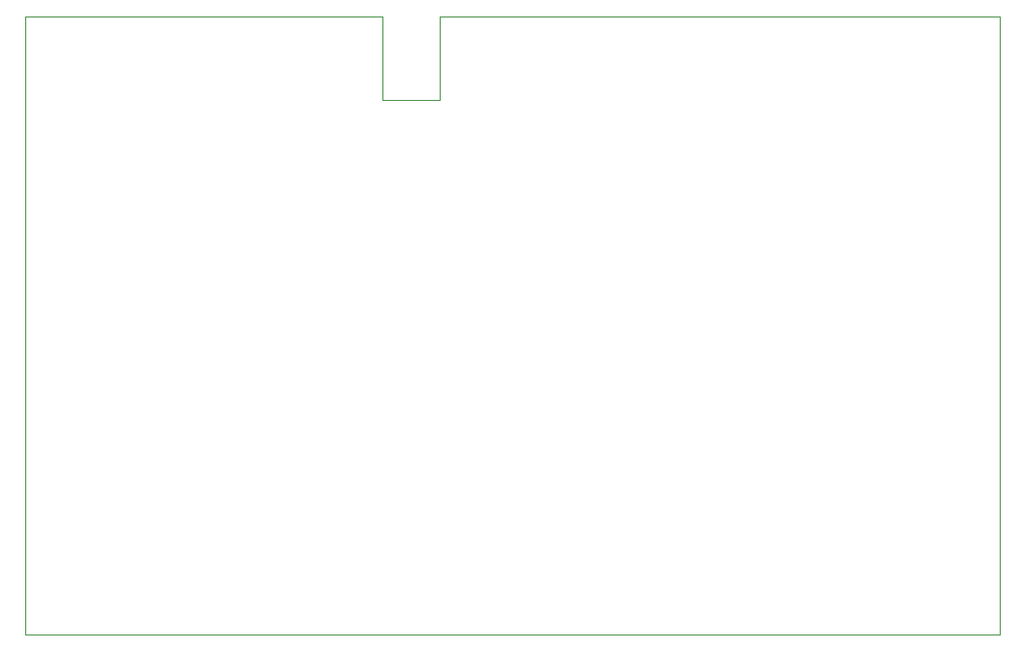
<source format=gm1>
%FSLAX43Y43*%
%MOMM*%
G71*
G01*
G75*
G04 Layer_Color=16711935*
%ADD10R,0.762X0.762*%
%ADD11R,0.762X0.762*%
%ADD12R,1.200X1.200*%
%ADD13O,0.550X2.000*%
%ADD14O,2.000X0.550*%
%ADD15R,0.950X1.000*%
%ADD16R,3.200X3.200*%
%ADD17R,4.000X4.000*%
%ADD18R,1.500X0.800*%
%ADD19R,0.650X0.800*%
%ADD20R,0.600X0.900*%
%ADD21R,1.000X1.000*%
%ADD22R,0.800X1.000*%
%ADD23R,0.900X0.600*%
%ADD24R,0.700X0.700*%
%ADD25R,0.800X0.650*%
%ADD26R,1.300X0.600*%
%ADD27R,1.500X0.990*%
%ADD28R,1.500X3.280*%
%ADD29R,0.500X2.300*%
%ADD30R,2.000X2.500*%
%ADD31R,1.100X0.600*%
%ADD32R,1.100X1.000*%
%ADD33R,0.950X1.750*%
%ADD34R,1.000X1.600*%
%ADD35R,3.000X2.500*%
%ADD36R,1.950X0.600*%
%ADD37R,1.500X1.350*%
%ADD38R,1.150X1.350*%
%ADD39R,1.000X2.250*%
%ADD40R,1.300X0.450*%
%ADD41R,2.250X1.000*%
%ADD42C,0.175*%
%ADD43C,0.350*%
%ADD44C,0.400*%
%ADD45C,0.300*%
%ADD46C,0.229*%
%ADD47C,0.200*%
%ADD48R,0.300X0.900*%
%ADD49C,1.700*%
%ADD50R,1.700X1.700*%
%ADD51C,0.500*%
%ADD52C,3.600*%
%ADD53C,2.000*%
%ADD54O,1.200X2.000*%
G04:AMPARAMS|DCode=55|XSize=2.5mm|YSize=2mm|CornerRadius=0.7mm|HoleSize=0mm|Usage=FLASHONLY|Rotation=0.000|XOffset=0mm|YOffset=0mm|HoleType=Round|Shape=RoundedRectangle|*
%AMROUNDEDRECTD55*
21,1,2.500,0.600,0,0,0.0*
21,1,1.100,2.000,0,0,0.0*
1,1,1.400,0.550,-0.300*
1,1,1.400,-0.550,-0.300*
1,1,1.400,-0.550,0.300*
1,1,1.400,0.550,0.300*
%
%ADD55ROUNDEDRECTD55*%
%ADD56C,0.550*%
%ADD57C,0.500*%
%ADD58C,0.100*%
G04:AMPARAMS|DCode=59|XSize=2.524mm|YSize=2.524mm|CornerRadius=0mm|HoleSize=0mm|Usage=FLASHONLY|Rotation=0.000|XOffset=0mm|YOffset=0mm|HoleType=Round|Shape=Relief|Width=0.254mm|Gap=0.254mm|Entries=4|*
%AMTHD59*
7,0,0,2.524,2.016,0.254,45*
%
%ADD59THD59*%
%ADD60C,1.600*%
%ADD61C,1.500*%
G04:AMPARAMS|DCode=62|XSize=4.624mm|YSize=4.624mm|CornerRadius=0mm|HoleSize=0mm|Usage=FLASHONLY|Rotation=0.000|XOffset=0mm|YOffset=0mm|HoleType=Round|Shape=Relief|Width=0.254mm|Gap=0.254mm|Entries=4|*
%AMTHD62*
7,0,0,4.624,4.116,0.254,45*
%
%ADD62THD62*%
%ADD63C,2.600*%
%ADD64C,1.400*%
G04:AMPARAMS|DCode=65|XSize=2.424mm|YSize=2.424mm|CornerRadius=0mm|HoleSize=0mm|Usage=FLASHONLY|Rotation=0.000|XOffset=0mm|YOffset=0mm|HoleType=Round|Shape=Relief|Width=0.254mm|Gap=0.254mm|Entries=4|*
%AMTHD65*
7,0,0,2.424,1.916,0.254,45*
%
%ADD65THD65*%
%ADD66O,2.600X1.600*%
%ADD67C,0.850*%
%ADD68C,3.700*%
%AMTHOVALD69*
21,1,1.000,2.524,0,0,0.0*
1,1,2.524,-0.500,0.000*
1,1,2.524,0.500,0.000*
21,0,1.000,2.016,0,0,0.0*
1,0,2.016,-0.500,0.000*
1,0,2.016,0.500,0.000*
4,0,4,-0.410,-0.090,-1.303,-0.982,-1.482,-0.803,-0.590,0.090,-0.410,-0.090,0.0*
4,0,4,0.590,-0.090,1.482,0.803,1.303,0.982,0.410,0.090,0.590,-0.090,0.0*
4,0,4,-0.590,-0.090,-1.482,0.803,-1.303,0.982,-0.410,0.090,-0.590,-0.090,0.0*
4,0,4,0.410,-0.090,1.303,-0.982,1.482,-0.803,0.590,0.090,0.410,-0.090,0.0*
%
%ADD69THOVALD69*%

%ADD70R,1.000X0.950*%
%ADD71C,1.270*%
%ADD72R,0.900X0.300*%
%ADD73C,0.800*%
%ADD74C,0.254*%
%ADD75C,0.250*%
%ADD76C,0.150*%
%ADD77C,0.640*%
%ADD78C,0.125*%
%ADD79R,1.750X1.750*%
%ADD80R,1.700X1.700*%
%ADD81R,3.000X3.000*%
%ADD82R,0.510X0.500*%
%ADD83R,0.962X0.962*%
%ADD84R,0.962X0.962*%
%ADD85R,1.400X1.400*%
%ADD86O,0.750X2.200*%
%ADD87O,2.200X0.750*%
%ADD88R,1.150X1.200*%
%ADD89R,3.400X3.400*%
%ADD90R,4.200X4.200*%
%ADD91R,1.700X1.000*%
%ADD92R,0.850X1.000*%
%ADD93R,0.800X1.100*%
%ADD94R,1.200X1.200*%
%ADD95R,1.000X1.200*%
%ADD96R,1.100X0.800*%
%ADD97R,0.900X0.900*%
%ADD98R,1.000X0.850*%
%ADD99R,1.500X0.800*%
%ADD100R,1.700X1.190*%
%ADD101R,1.700X3.480*%
%ADD102R,0.700X2.500*%
%ADD103R,2.200X2.700*%
%ADD104R,1.300X0.800*%
%ADD105R,1.300X1.200*%
%ADD106R,1.150X1.950*%
%ADD107R,1.200X1.800*%
%ADD108R,3.200X2.700*%
%ADD109R,2.150X0.800*%
%ADD110R,1.700X1.550*%
%ADD111R,1.350X1.550*%
%ADD112R,1.200X2.450*%
%ADD113R,1.500X0.650*%
%ADD114R,2.450X1.200*%
%ADD115C,1.900*%
%ADD116R,1.900X1.900*%
%ADD117C,0.700*%
%ADD118C,3.800*%
%ADD119C,2.200*%
%ADD120O,1.400X2.200*%
G04:AMPARAMS|DCode=121|XSize=2.7mm|YSize=2.2mm|CornerRadius=0.8mm|HoleSize=0mm|Usage=FLASHONLY|Rotation=0.000|XOffset=0mm|YOffset=0mm|HoleType=Round|Shape=RoundedRectangle|*
%AMROUNDEDRECTD121*
21,1,2.700,0.600,0,0,0.0*
21,1,1.100,2.200,0,0,0.0*
1,1,1.600,0.550,-0.300*
1,1,1.600,-0.550,-0.300*
1,1,1.600,-0.550,0.300*
1,1,1.600,0.550,0.300*
%
%ADD121ROUNDEDRECTD121*%
%ADD122R,0.500X0.510*%
%ADD123R,1.200X1.150*%
%ADD124C,1.470*%
%ADD125C,1.000*%
%ADD126C,0.112*%
D58*
X36200Y46700D02*
Y54000D01*
X31200Y46700D02*
X36200D01*
X31200D02*
Y54000D01*
X0D02*
X31200D01*
X36200D02*
X85000D01*
Y0D02*
Y54000D01*
X0Y0D02*
Y54000D01*
Y0D02*
X85000D01*
M02*

</source>
